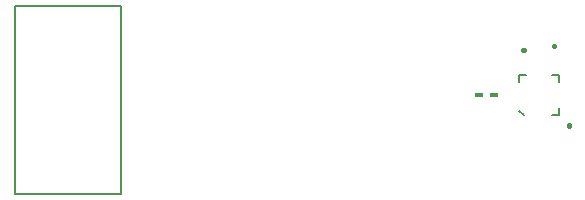
<source format=gto>
G75*
G70*
%OFA0B0*%
%FSLAX24Y24*%
%IPPOS*%
%LPD*%
%AMOC8*
5,1,8,0,0,1.08239X$1,22.5*
%
%ADD10C,0.0080*%
%ADD11C,0.0160*%
%ADD12R,0.0280X0.0160*%
%ADD13C,0.0050*%
D10*
X019503Y007359D02*
X019650Y007219D01*
X020580Y007194D02*
X020816Y007194D01*
X020816Y007430D01*
X020816Y008296D02*
X020816Y008532D01*
X020580Y008532D01*
X019713Y008532D02*
X019477Y008532D01*
X019477Y008296D01*
D11*
X019635Y009363D02*
X019659Y009363D01*
X020647Y009501D02*
X020647Y009525D01*
X021147Y006875D02*
X021147Y006851D01*
D12*
X018647Y007863D03*
X018147Y007863D03*
D13*
X002682Y010859D02*
X002682Y004560D01*
X006225Y004560D01*
X006225Y010859D01*
X002682Y010859D01*
M02*

</source>
